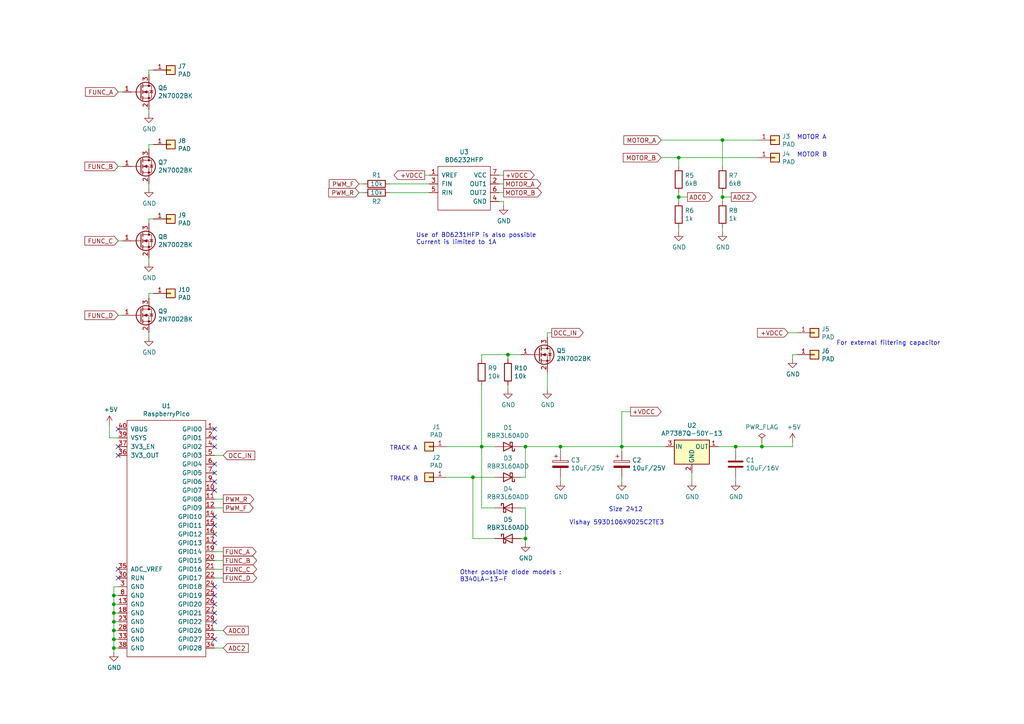
<source format=kicad_sch>
(kicad_sch (version 20230121) (generator eeschema)
  (paper "A4")
  (title_block (title "Raspberry Pico DCC Decoder") (company "MERG") (comment 1 "Designed by Benoit BOUCHEZ - M8718"))
  (lib_symbols
    (symbol "Connector_Generic:Conn_01x01" (pin_names (offset 1.016) hide)
      (property "Reference" "J" (at 0 2.54 0))
      (property "Value" "Conn_01x01" (at 0 -2.54 0))
      (symbol "Conn_01x01_1_1"
        (rectangle (start -1.27 0.127) (end 0 -0.127) (stroke (width 0.1524)))
        (rectangle (start -1.27 1.27) (end 1.27 -1.27) (stroke (width 0.254)) (fill (type background)))
        (pin passive line (at -5.08 0 0) (length 3.81) (name "Pin_1") (number "1"))
      )
    )
    (symbol "Device:C" (pin_numbers hide) (pin_names (offset 0.254))
      (property "Reference" "C" (at 0.635 2.54 0))
      (property "Value" "C" (at 0.635 -2.54 0))
      (symbol "C_0_1"
        (polyline (pts (xy -2.032 -0.762) (xy 2.032 -0.762)) (stroke (width 0.508)))
        (polyline (pts (xy -2.032 0.762) (xy 2.032 0.762)) (stroke (width 0.508)))
      )
      (symbol "C_1_1"
        (pin passive line (at 0 3.81 270) (length 2.794) (name "~") (number "1"))
        (pin passive line (at 0 -3.81 90) (length 2.794) (name "~") (number "2"))
      )
    )
    (symbol "Device:D_Schottky" (pin_numbers hide) (pin_names (offset 1.016) hide)
      (property "Reference" "D" (at 0 2.54 0))
      (property "Value" "D_Schottky" (at 0 -2.54 0))
      (symbol "D_Schottky_0_1"
        (polyline (pts (xy 1.27 0) (xy -1.27 0)))
        (polyline (pts (xy 1.27 1.27) (xy 1.27 -1.27) (xy -1.27 0) (xy 1.27 1.27)) (stroke (width 0.254)))
        (polyline (pts (xy -1.905 0.635) (xy -1.905 1.27) (xy -1.27 1.27) (xy -1.27 -1.27) (xy -0.635 -1.27) (xy -0.635 -0.635)) (stroke (width 0.254)))
      )
      (symbol "D_Schottky_1_1"
        (pin passive line (at -3.81 0 0) (length 2.54) (name "K") (number "1"))
        (pin passive line (at 3.81 0 180) (length 2.54) (name "A") (number "2"))
      )
    )
    (symbol "Device:R" (pin_numbers hide) (pin_names (offset 0))
      (property "Reference" "R" (at 2.032 0 90))
      (property "Value" "R" (at 0 0 90))
      (symbol "R_0_1"
        (rectangle (start -1.016 -2.54) (end 1.016 2.54) (stroke (width 0.254)))
      )
      (symbol "R_1_1"
        (pin passive line (at 0 3.81 270) (length 1.27) (name "~") (number "1"))
        (pin passive line (at 0 -3.81 90) (length 1.27) (name "~") (number "2"))
      )
    )
    (symbol "PicoDecoder-rescue:BD623xHFP-BD623xx" (pin_names (offset 1.016))
      (property "Reference" "U" (at 1.27 0 0))
      (property "Value" "BD623xx_BD623xHFP" (at 7.62 -15.24 0))
      (symbol "BD623xHFP-BD623xx_0_1"
        (rectangle (start 0 -1.27) (end 15.24 -13.97))
      )
      (symbol "BD623xHFP-BD623xx_1_1"
        (pin input line (at -2.54 -3.81 0) (length 2.54) (name "VREF") (number "1"))
        (pin power_out line (at 17.78 -6.35 180) (length 2.54) (name "OUT1") (number "2"))
        (pin input line (at -2.54 -6.35 0) (length 2.54) (name "FIN") (number "3"))
        (pin power_in line (at 17.78 -11.43 180) (length 2.54) (name "GND") (number "4"))
        (pin input line (at -2.54 -8.89 0) (length 2.54) (name "RIN") (number "5"))
        (pin power_out line (at 17.78 -8.89 180) (length 2.54) (name "OUT2") (number "6"))
        (pin power_in line (at 17.78 -3.81 180) (length 2.54) (name "VCC") (number "7"))
      )
    )
    (symbol "PicoDecoder-rescue:CP-Device" (pin_numbers hide) (pin_names (offset 0.254))
      (property "Reference" "C" (at 0.635 2.54 0))
      (property "Value" "Device_CP" (at 0.635 -2.54 0))
      (symbol "CP-Device_0_1"
        (rectangle (start -2.286 0.508) (end 2.286 1.016))
        (polyline (pts (xy -1.778 2.286) (xy -0.762 2.286)))
        (polyline (pts (xy -1.27 2.794) (xy -1.27 1.778)))
        (rectangle (start 2.286 -0.508) (end -2.286 -1.016) (fill (type outline)))
      )
      (symbol "CP-Device_1_1"
        (pin passive line (at 0 3.81 270) (length 2.794) (name "~") (number "1"))
        (pin passive line (at 0 -3.81 90) (length 2.794) (name "~") (number "2"))
      )
    )
    (symbol "PicoDecoder-rescue:RaspberryPico-Pico" (pin_names (offset 1.016))
      (property "Reference" "U" (at -21.59 3.81 0))
      (property "Value" "Pico_RaspberryPico" (at -15.24 -67.31 0))
      (symbol "RaspberryPico-Pico_0_1"
        (rectangle (start -22.86 2.54) (end 0 -66.04))
      )
      (symbol "RaspberryPico-Pico_1_1"
        (pin bidirectional line (at 2.54 0 180) (length 2.54) (name "GPIO0") (number "1"))
        (pin bidirectional line (at 2.54 -17.78 180) (length 2.54) (name "GPIO7") (number "10"))
        (pin bidirectional line (at 2.54 -20.32 180) (length 2.54) (name "GPIO8") (number "11"))
        (pin bidirectional line (at 2.54 -22.86 180) (length 2.54) (name "GPIO9") (number "12"))
        (pin power_in line (at -25.4 -50.8 0) (length 2.54) (name "GND") (number "13"))
        (pin bidirectional line (at 2.54 -25.4 180) (length 2.54) (name "GPIO10") (number "14"))
        (pin bidirectional line (at 2.54 -27.94 180) (length 2.54) (name "GPIO11") (number "15"))
        (pin bidirectional line (at 2.54 -30.48 180) (length 2.54) (name "GPIO12") (number "16"))
        (pin bidirectional line (at 2.54 -33.02 180) (length 2.54) (name "GPIO13") (number "17"))
        (pin power_in line (at -25.4 -53.34 0) (length 2.54) (name "GND") (number "18"))
        (pin bidirectional line (at 2.54 -35.56 180) (length 2.54) (name "GPIO14") (number "19"))
        (pin bidirectional line (at 2.54 -2.54 180) (length 2.54) (name "GPIO1") (number "2"))
        (pin bidirectional line (at 2.54 -38.1 180) (length 2.54) (name "GPIO15") (number "20"))
        (pin bidirectional line (at 2.54 -40.64 180) (length 2.54) (name "GPIO16") (number "21"))
        (pin bidirectional line (at 2.54 -43.18 180) (length 2.54) (name "GPIO17") (number "22"))
        (pin power_in line (at -25.4 -55.88 0) (length 2.54) (name "GND") (number "23"))
        (pin bidirectional line (at 2.54 -45.72 180) (length 2.54) (name "GPIO18") (number "24"))
        (pin bidirectional line (at 2.54 -48.26 180) (length 2.54) (name "GPIO19") (number "25"))
        (pin bidirectional line (at 2.54 -50.8 180) (length 2.54) (name "GPIO20") (number "26"))
        (pin bidirectional line (at 2.54 -53.34 180) (length 2.54) (name "GPIO21") (number "27"))
        (pin power_in line (at -25.4 -58.42 0) (length 2.54) (name "GND") (number "28"))
        (pin bidirectional line (at 2.54 -55.88 180) (length 2.54) (name "GPIO22") (number "29"))
        (pin power_in line (at -25.4 -45.72 0) (length 2.54) (name "GND") (number "3"))
        (pin input line (at -25.4 -43.18 0) (length 2.54) (name "RUN") (number "30"))
        (pin bidirectional line (at 2.54 -58.42 180) (length 2.54) (name "GPIO26") (number "31"))
        (pin bidirectional line (at 2.54 -60.96 180) (length 2.54) (name "GPIO27") (number "32"))
        (pin power_in line (at -25.4 -60.96 0) (length 2.54) (name "GND") (number "33"))
        (pin bidirectional line (at 2.54 -63.5 180) (length 2.54) (name "GPIO28") (number "34"))
        (pin input line (at -25.4 -40.64 0) (length 2.54) (name "ADC_VREF") (number "35"))
        (pin power_out line (at -25.4 -7.62 0) (length 2.54) (name "3V3_OUT") (number "36"))
        (pin input line (at -25.4 -5.08 0) (length 2.54) (name "3V3_EN") (number "37"))
        (pin power_in line (at -25.4 -63.5 0) (length 2.54) (name "GND") (number "38"))
        (pin power_in line (at -25.4 -2.54 0) (length 2.54) (name "VSYS") (number "39"))
        (pin bidirectional line (at 2.54 -5.08 180) (length 2.54) (name "GPIO2") (number "4"))
        (pin power_in line (at -25.4 0 0) (length 2.54) (name "VBUS") (number "40"))
        (pin bidirectional line (at 2.54 -7.62 180) (length 2.54) (name "GPIO3") (number "5"))
        (pin bidirectional line (at 2.54 -10.16 180) (length 2.54) (name "GPIO4") (number "6"))
        (pin bidirectional line (at 2.54 -12.7 180) (length 2.54) (name "GPIO5") (number "7"))
        (pin power_in line (at -25.4 -48.26 0) (length 2.54) (name "GND") (number "8"))
        (pin bidirectional line (at 2.54 -15.24 180) (length 2.54) (name "GPIO6") (number "9"))
      )
    )
    (symbol "Regulator_Linear:L78L05_SOT89" (pin_names (offset 0.254))
      (property "Reference" "U" (at -3.81 3.175 0))
      (property "Value" "L78L05_SOT89" (at -0.635 3.175 0))
      (symbol "L78L05_SOT89_0_1"
        (rectangle (start -5.08 1.905) (end 5.08 -5.08) (stroke (width 0.254)) (fill (type background)))
      )
      (symbol "L78L05_SOT89_1_1"
        (pin power_out line (at 7.62 0 180) (length 2.54) (name "OUT") (number "1"))
        (pin power_in line (at 0 -7.62 90) (length 2.54) (name "GND") (number "2"))
        (pin power_in line (at -7.62 0 0) (length 2.54) (name "IN") (number "3"))
      )
    )
    (symbol "Transistor_FET:2N7002" (pin_names hide)
      (property "Reference" "Q" (at 5.08 1.905 0))
      (property "Value" "2N7002" (at 5.08 0 0))
      (symbol "2N7002_0_1"
        (polyline (pts (xy 0.254 0) (xy -2.54 0)))
        (polyline (pts (xy 0.254 1.905) (xy 0.254 -1.905)) (stroke (width 0.254)))
        (polyline (pts (xy 0.762 -1.27) (xy 0.762 -2.286)) (stroke (width 0.254)))
        (polyline (pts (xy 0.762 0.508) (xy 0.762 -0.508)) (stroke (width 0.254)))
        (polyline (pts (xy 0.762 2.286) (xy 0.762 1.27)) (stroke (width 0.254)))
        (polyline (pts (xy 2.54 2.54) (xy 2.54 1.778)))
        (polyline (pts (xy 2.54 -2.54) (xy 2.54 0) (xy 0.762 0)))
        (polyline (pts (xy 0.762 -1.778) (xy 3.302 -1.778) (xy 3.302 1.778) (xy 0.762 1.778)))
        (polyline (pts (xy 1.016 0) (xy 2.032 0.381) (xy 2.032 -0.381) (xy 1.016 0)) (fill (type outline)))
        (polyline (pts (xy 2.794 0.508) (xy 2.921 0.381) (xy 3.683 0.381) (xy 3.81 0.254)))
        (polyline (pts (xy 3.302 0.381) (xy 2.921 -0.254) (xy 3.683 -0.254) (xy 3.302 0.381)))
        (circle (center 1.651 0) (radius 2.794) (stroke (width 0.254)))
        (circle (center 2.54 -1.778) (radius 0.254) (fill (type outline)))
        (circle (center 2.54 1.778) (radius 0.254) (fill (type outline)))
      )
      (symbol "2N7002_1_1"
        (pin input line (at -5.08 0 0) (length 2.54) (name "G") (number "1"))
        (pin passive line (at 2.54 -5.08 90) (length 2.54) (name "S") (number "2"))
        (pin passive line (at 2.54 5.08 270) (length 2.54) (name "D") (number "3"))
      )
    )
    (symbol "power:+5V" (power) (pin_names (offset 0))
      (property "Value" "+5V" (at 0 3.556 0))
      (symbol "+5V_0_1"
        (polyline (pts (xy -0.762 1.27) (xy 0 2.54)))
        (polyline (pts (xy 0 0) (xy 0 2.54)))
        (polyline (pts (xy 0 2.54) (xy 0.762 1.27)))
      )
      (symbol "+5V_1_1"
        (pin power_in line (at 0 0 90) (length 0) hide (name "+5V") (number "1"))
      )
    )
    (symbol "power:GND" (power) (pin_names (offset 0))
      (property "Value" "GND" (at 0 -3.81 0))
      (symbol "GND_0_1"
        (polyline (pts (xy 0 0) (xy 0 -1.27) (xy 1.27 -1.27) (xy 0 -2.54) (xy -1.27 -1.27) (xy 0 -1.27)))
      )
      (symbol "GND_1_1"
        (pin power_in line (at 0 0 270) (length 0) hide (name "GND") (number "1"))
      )
    )
    (symbol "power:PWR_FLAG" (power) (pin_numbers hide) (pin_names (offset 0) hide)
      (property "Value" "PWR_FLAG" (at 0 3.81 0))
      (symbol "PWR_FLAG_0_0"
        (pin power_out line (at 0 0 90) (length 0) (name "pwr") (number "1"))
      )
      (symbol "PWR_FLAG_0_1"
        (polyline (pts (xy 0 0) (xy 0 1.27) (xy -1.016 1.905) (xy 0 2.54) (xy 1.016 1.905) (xy 0 1.27)))
      )
    )
  )
  (junction (at 162.56 129.54))
  (junction (at 147.32 102.87))
  (junction (at 152.4 156.21))
  (junction (at 152.4 129.54))
  (junction (at 209.55 40.64))
  (junction (at 137.16 138.43))
  (junction (at 33.02 172.72))
  (junction (at 139.7 129.54))
  (junction (at 180.34 129.54))
  (junction (at 213.36 129.54))
  (junction (at 33.02 175.26))
  (junction (at 196.85 57.15))
  (junction (at 33.02 185.42))
  (junction (at 220.98 129.54))
  (junction (at 209.55 57.15))
  (junction (at 196.85 45.72))
  (junction (at 33.02 187.96))
  (junction (at 33.02 180.34))
  (junction (at 33.02 177.8))
  (junction (at 33.02 182.88))
  (no_connect (at 62.23 149.86))
  (no_connect (at 62.23 152.4))
  (no_connect (at 62.23 175.26))
  (no_connect (at 62.23 154.94))
  (no_connect (at 62.23 139.7))
  (no_connect (at 34.29 129.54))
  (no_connect (at 62.23 185.42))
  (no_connect (at 62.23 157.48))
  (no_connect (at 62.23 124.46))
  (no_connect (at 62.23 180.34))
  (no_connect (at 34.29 132.08))
  (no_connect (at 62.23 177.8))
  (no_connect (at 62.23 134.62))
  (no_connect (at 34.29 124.46))
  (no_connect (at 62.23 172.72))
  (no_connect (at 34.29 167.64))
  (no_connect (at 34.29 165.1))
  (no_connect (at 62.23 142.24))
  (no_connect (at 62.23 127))
  (no_connect (at 62.23 129.54))
  (no_connect (at 62.23 170.18))
  (no_connect (at 62.23 137.16))
  (wire (pts (xy 229.87 102.87) (xy 229.87 104.14)))
  (wire (pts (xy 129.54 129.54) (xy 139.7 129.54)))
  (wire (pts (xy 137.16 138.43) (xy 143.51 138.43)))
  (wire (pts (xy 196.85 48.26) (xy 196.85 45.72)))
  (wire (pts (xy 33.02 180.34) (xy 34.29 180.34)))
  (wire (pts (xy 104.14 53.34) (xy 105.41 53.34)))
  (wire (pts (xy 180.34 129.54) (xy 193.04 129.54)))
  (wire (pts (xy 34.29 69.85) (xy 35.56 69.85)))
  (wire (pts (xy 212.09 57.15) (xy 209.55 57.15)))
  (wire (pts (xy 34.29 48.26) (xy 35.56 48.26)))
  (wire (pts (xy 34.29 91.44) (xy 35.56 91.44)))
  (wire (pts (xy 43.18 20.32) (xy 44.45 20.32)))
  (wire (pts (xy 158.75 107.95) (xy 158.75 113.03)))
  (wire (pts (xy 33.02 172.72) (xy 33.02 170.18)))
  (wire (pts (xy 43.18 53.34) (xy 43.18 54.61)))
  (wire (pts (xy 200.66 137.16) (xy 200.66 139.7)))
  (wire (pts (xy 196.85 45.72) (xy 219.71 45.72)))
  (wire (pts (xy 33.02 185.42) (xy 34.29 185.42)))
  (wire (pts (xy 44.45 85.09) (xy 43.18 85.09)))
  (wire (pts (xy 33.02 185.42) (xy 33.02 182.88)))
  (wire (pts (xy 199.39 57.15) (xy 196.85 57.15)))
  (wire (pts (xy 162.56 130.81) (xy 162.56 129.54)))
  (wire (pts (xy 180.34 119.38) (xy 182.88 119.38)))
  (wire (pts (xy 43.18 85.09) (xy 43.18 86.36)))
  (wire (pts (xy 191.77 45.72) (xy 196.85 45.72)))
  (wire (pts (xy 158.75 96.52) (xy 158.75 97.79)))
  (wire (pts (xy 151.13 138.43) (xy 152.4 138.43)))
  (wire (pts (xy 144.78 58.42) (xy 146.05 58.42)))
  (wire (pts (xy 144.78 50.8) (xy 146.05 50.8)))
  (wire (pts (xy 209.55 40.64) (xy 219.71 40.64)))
  (wire (pts (xy 33.02 175.26) (xy 34.29 175.26)))
  (wire (pts (xy 220.98 128.27) (xy 220.98 129.54)))
  (wire (pts (xy 33.02 187.96) (xy 34.29 187.96)))
  (wire (pts (xy 44.45 41.91) (xy 43.18 41.91)))
  (wire (pts (xy 220.98 129.54) (xy 229.87 129.54)))
  (wire (pts (xy 143.51 147.32) (xy 139.7 147.32)))
  (wire (pts (xy 144.78 53.34) (xy 146.05 53.34)))
  (wire (pts (xy 152.4 129.54) (xy 151.13 129.54)))
  (wire (pts (xy 62.23 162.56) (xy 64.77 162.56)))
  (wire (pts (xy 62.23 132.08) (xy 64.77 132.08)))
  (wire (pts (xy 231.14 102.87) (xy 229.87 102.87)))
  (wire (pts (xy 229.87 128.27) (xy 229.87 129.54)))
  (wire (pts (xy 162.56 129.54) (xy 180.34 129.54)))
  (wire (pts (xy 33.02 172.72) (xy 34.29 172.72)))
  (wire (pts (xy 196.85 66.04) (xy 196.85 67.31)))
  (wire (pts (xy 139.7 111.76) (xy 139.7 129.54)))
  (wire (pts (xy 43.18 96.52) (xy 43.18 97.79)))
  (wire (pts (xy 143.51 129.54) (xy 139.7 129.54)))
  (wire (pts (xy 143.51 156.21) (xy 137.16 156.21)))
  (wire (pts (xy 162.56 138.43) (xy 162.56 139.7)))
  (wire (pts (xy 33.02 175.26) (xy 33.02 172.72)))
  (wire (pts (xy 34.29 26.67) (xy 35.56 26.67)))
  (wire (pts (xy 129.54 138.43) (xy 137.16 138.43)))
  (wire (pts (xy 33.02 187.96) (xy 33.02 185.42)))
  (wire (pts (xy 152.4 156.21) (xy 152.4 147.32)))
  (wire (pts (xy 43.18 74.93) (xy 43.18 76.2)))
  (wire (pts (xy 213.36 129.54) (xy 213.36 130.81)))
  (wire (pts (xy 191.77 40.64) (xy 209.55 40.64)))
  (wire (pts (xy 113.03 55.88) (xy 124.46 55.88)))
  (wire (pts (xy 228.6 96.52) (xy 231.14 96.52)))
  (wire (pts (xy 33.02 182.88) (xy 33.02 180.34)))
  (wire (pts (xy 62.23 147.32) (xy 64.77 147.32)))
  (wire (pts (xy 152.4 138.43) (xy 152.4 129.54)))
  (wire (pts (xy 180.34 138.43) (xy 180.34 139.7)))
  (wire (pts (xy 43.18 41.91) (xy 43.18 43.18)))
  (wire (pts (xy 196.85 55.88) (xy 196.85 57.15)))
  (wire (pts (xy 180.34 130.81) (xy 180.34 129.54)))
  (wire (pts (xy 139.7 147.32) (xy 139.7 129.54)))
  (wire (pts (xy 213.36 129.54) (xy 220.98 129.54)))
  (wire (pts (xy 196.85 57.15) (xy 196.85 58.42)))
  (wire (pts (xy 209.55 66.04) (xy 209.55 67.31)))
  (wire (pts (xy 139.7 102.87) (xy 147.32 102.87)))
  (wire (pts (xy 139.7 104.14) (xy 139.7 102.87)))
  (wire (pts (xy 33.02 182.88) (xy 34.29 182.88)))
  (wire (pts (xy 180.34 119.38) (xy 180.34 129.54)))
  (wire (pts (xy 62.23 167.64) (xy 64.77 167.64)))
  (wire (pts (xy 113.03 53.34) (xy 124.46 53.34)))
  (wire (pts (xy 160.02 96.52) (xy 158.75 96.52)))
  (wire (pts (xy 152.4 129.54) (xy 162.56 129.54)))
  (wire (pts (xy 64.77 187.96) (xy 62.23 187.96)))
  (wire (pts (xy 147.32 102.87) (xy 151.13 102.87)))
  (wire (pts (xy 104.14 55.88) (xy 105.41 55.88)))
  (wire (pts (xy 123.19 50.8) (xy 124.46 50.8)))
  (wire (pts (xy 44.45 63.5) (xy 43.18 63.5)))
  (wire (pts (xy 62.23 144.78) (xy 64.77 144.78)))
  (wire (pts (xy 62.23 182.88) (xy 64.77 182.88)))
  (wire (pts (xy 33.02 177.8) (xy 33.02 175.26)))
  (wire (pts (xy 43.18 21.59) (xy 43.18 20.32)))
  (wire (pts (xy 137.16 138.43) (xy 137.16 156.21)))
  (wire (pts (xy 62.23 165.1) (xy 64.77 165.1)))
  (wire (pts (xy 152.4 157.48) (xy 152.4 156.21)))
  (wire (pts (xy 209.55 55.88) (xy 209.55 57.15)))
  (wire (pts (xy 144.78 55.88) (xy 146.05 55.88)))
  (wire (pts (xy 62.23 160.02) (xy 64.77 160.02)))
  (wire (pts (xy 43.18 31.75) (xy 43.18 33.02)))
  (wire (pts (xy 34.29 127) (xy 31.75 127)))
  (wire (pts (xy 147.32 104.14) (xy 147.32 102.87)))
  (wire (pts (xy 33.02 180.34) (xy 33.02 177.8)))
  (wire (pts (xy 43.18 63.5) (xy 43.18 64.77)))
  (wire (pts (xy 146.05 58.42) (xy 146.05 59.69)))
  (wire (pts (xy 33.02 177.8) (xy 34.29 177.8)))
  (wire (pts (xy 147.32 111.76) (xy 147.32 113.03)))
  (wire (pts (xy 209.55 48.26) (xy 209.55 40.64)))
  (wire (pts (xy 31.75 127) (xy 31.75 123.19)))
  (wire (pts (xy 152.4 147.32) (xy 151.13 147.32)))
  (wire (pts (xy 208.28 129.54) (xy 213.36 129.54)))
  (wire (pts (xy 209.55 57.15) (xy 209.55 58.42)))
  (wire (pts (xy 33.02 170.18) (xy 34.29 170.18)))
  (wire (pts (xy 213.36 138.43) (xy 213.36 139.7)))
  (wire (pts (xy 33.02 189.23) (xy 33.02 187.96)))
  (wire (pts (xy 151.13 156.21) (xy 152.4 156.21)))
  (text "MOTOR A" (at 231.14 40.64 0) (effects (font (size 1.27 1.27)) (justify left bottom)))
  (text "Other possible diode models :\nB340LA-13-F" (at 133.35 168.91 0) (effects (font (size 1.27 1.27)) (justify left bottom)))
  (text "Size 2412" (at 176.53 148.59 0) (effects (font (size 1.27 1.27)) (justify left bottom)))
  (text "MOTOR B" (at 231.14 45.72 0) (effects (font (size 1.27 1.27)) (justify left bottom)))
  (text "TRACK B" (at 113.03 139.7 0) (effects (font (size 1.27 1.27)) (justify left bottom)))
  (text "Vishay 593D106X9025C2TE3" (at 165.1 152.4 0) (effects (font (size 1.27 1.27)) (justify left bottom)))
  (text "For external filtering capacitor" (at 242.57 100.33 0) (effects (font (size 1.27 1.27)) (justify left bottom)))
  (text "TRACK A" (at 113.03 130.81 0) (effects (font (size 1.27 1.27)) (justify left bottom)))
  (text "Use of BD6231HFP is also possible\nCurrent is limited to 1A" (at 120.65 71.12 0) (effects (font (size 1.27 1.27)) (justify left bottom)))
  (global_label "PWM_R" (shape input) (at 104.14 55.88 180) (property "Intersheetrefs" "${INTERSHEET_REFS}" (effects hide)))
  (global_label "FUNC_C" (shape input) (at 34.29 69.85 180) (property "Intersheetrefs" "${INTERSHEET_REFS}" (effects hide)))
  (global_label "FUNC_C" (shape output) (at 64.77 165.1 0) (property "Intersheetrefs" "${INTERSHEET_REFS}" (effects hide)))
  (global_label "FUNC_B" (shape input) (at 34.29 48.26 180) (property "Intersheetrefs" "${INTERSHEET_REFS}" (effects hide)))
  (global_label "+VDCC" (shape output) (at 182.88 119.38 0) (property "Intersheetrefs" "${INTERSHEET_REFS}" (effects hide)))
  (global_label "ADC2" (shape input) (at 64.77 187.96 0) (property "Intersheetrefs" "${INTERSHEET_REFS}" (effects hide)))
  (global_label "FUNC_D" (shape input) (at 34.29 91.44 180) (property "Intersheetrefs" "${INTERSHEET_REFS}" (effects hide)))
  (global_label "FUNC_D" (shape output) (at 64.77 167.64 0) (property "Intersheetrefs" "${INTERSHEET_REFS}" (effects hide)))
  (global_label "FUNC_A" (shape input) (at 34.29 26.67 180) (property "Intersheetrefs" "${INTERSHEET_REFS}" (effects hide)))
  (global_label "PWM_F" (shape input) (at 104.14 53.34 180) (property "Intersheetrefs" "${INTERSHEET_REFS}" (effects hide)))
  (global_label "MOTOR_A" (shape input) (at 191.77 40.64 180) (property "Intersheetrefs" "${INTERSHEET_REFS}" (effects hide)))
  (global_label "FUNC_B" (shape output) (at 64.77 162.56 0) (property "Intersheetrefs" "${INTERSHEET_REFS}" (effects hide)))
  (global_label "DCC_IN" (shape output) (at 160.02 96.52 0) (property "Intersheetrefs" "${INTERSHEET_REFS}" (effects hide)))
  (global_label "PWM_F" (shape output) (at 64.77 147.32 0) (property "Intersheetrefs" "${INTERSHEET_REFS}" (effects hide)))
  (global_label "MOTOR_B" (shape output) (at 146.05 55.88 0) (property "Intersheetrefs" "${INTERSHEET_REFS}" (effects hide)))
  (global_label "+VDCC" (shape output) (at 123.19 50.8 180) (property "Intersheetrefs" "${INTERSHEET_REFS}" (effects hide)))
  (global_label "FUNC_A" (shape output) (at 64.77 160.02 0) (property "Intersheetrefs" "${INTERSHEET_REFS}" (effects hide)))
  (global_label "ADC2" (shape output) (at 212.09 57.15 0) (property "Intersheetrefs" "${INTERSHEET_REFS}" (effects hide)))
  (global_label "ADC0" (shape input) (at 64.77 182.88 0) (property "Intersheetrefs" "${INTERSHEET_REFS}" (effects hide)))
  (global_label "MOTOR_B" (shape input) (at 191.77 45.72 180) (property "Intersheetrefs" "${INTERSHEET_REFS}" (effects hide)))
  (global_label "+VDCC" (shape output) (at 146.05 50.8 0) (property "Intersheetrefs" "${INTERSHEET_REFS}" (effects hide)))
  (global_label "DCC_IN" (shape input) (at 64.77 132.08 0) (property "Intersheetrefs" "${INTERSHEET_REFS}" (effects hide)))
  (global_label "ADC0" (shape output) (at 199.39 57.15 0) (property "Intersheetrefs" "${INTERSHEET_REFS}" (effects hide)))
  (global_label "MOTOR_A" (shape output) (at 146.05 53.34 0) (property "Intersheetrefs" "${INTERSHEET_REFS}" (effects hide)))
  (global_label "PWM_R" (shape output) (at 64.77 144.78 0) (property "Intersheetrefs" "${INTERSHEET_REFS}" (effects hide)))
  (global_label "+VDCC" (shape input) (at 228.6 96.52 180) (property "Intersheetrefs" "${INTERSHEET_REFS}" (effects hide)))
  (symbol (lib_id "Device:R") (at 196.85 52.07 0) (unit 1)
    (property "Reference" "R5" (at 198.628 50.9016 0) (effects (justify left)))
    (property "Value" "6k8" (at 198.628 53.213 0) (effects (justify left)))
    (property "Footprint" "Resistor_SMD:R_1206_3216Metric_Pad1.30x1.75mm_HandSolder" (effects hide))
  )
  (symbol (lib_id "Device:R") (at 209.55 52.07 0) (unit 1)
    (property "Reference" "R7" (at 211.328 50.9016 0) (effects (justify left)))
    (property "Value" "6k8" (at 211.328 53.213 0) (effects (justify left)))
    (property "Footprint" "Resistor_SMD:R_1206_3216Metric_Pad1.30x1.75mm_HandSolder" (effects hide))
  )
  (symbol (lib_id "Device:R") (at 196.85 62.23 0) (unit 1)
    (property "Reference" "R6" (at 198.628 61.0616 0) (effects (justify left)))
    (property "Value" "1k" (at 198.628 63.373 0) (effects (justify left)))
    (property "Footprint" "Resistor_SMD:R_1206_3216Metric_Pad1.30x1.75mm_HandSolder" (effects hide))
  )
  (symbol (lib_id "Device:R") (at 209.55 62.23 0) (unit 1)
    (property "Reference" "R8" (at 211.328 61.0616 0) (effects (justify left)))
    (property "Value" "1k" (at 211.328 63.373 0) (effects (justify left)))
    (property "Footprint" "Resistor_SMD:R_1206_3216Metric_Pad1.30x1.75mm_HandSolder" (effects hide))
  )
  (symbol (lib_id "power:GND") (at 196.85 67.31 0) (unit 1)
    (property "Reference" "#PWR010" (effects hide))
    (property "Value" "GND" (at 196.977 71.7042 0))
  )
  (symbol (lib_id "power:GND") (at 209.55 67.31 0) (unit 1)
    (property "Reference" "#PWR011" (effects hide))
    (property "Value" "GND" (at 209.677 71.7042 0))
  )
  (symbol (lib_id "PicoDecoder-rescue:RaspberryPico-Pico") (at 59.69 124.46 0) (unit 1)
    (property "Reference" "U1" (at 48.26 117.729 0))
    (property "Value" "RaspberryPico" (at 48.26 120.0404 0))
    (property "Footprint" "RaspberryPico:RaspberryPico_TH_NoSWD" (effects hide))
  )
  (symbol (lib_id "Connector_Generic:Conn_01x01") (at 224.79 45.72 0) (unit 1)
    (property "Reference" "J4" (at 226.822 44.6532 0) (effects (justify left)))
    (property "Value" "PAD" (at 226.822 46.9646 0) (effects (justify left)))
    (property "Footprint" "TestPoint:TestPoint_Pad_2.5x2.5mm" (effects hide))
  )
  (symbol (lib_id "Connector_Generic:Conn_01x01") (at 224.79 40.64 0) (unit 1)
    (property "Reference" "J3" (at 226.822 39.5732 0) (effects (justify left)))
    (property "Value" "PAD" (at 226.822 41.8846 0) (effects (justify left)))
    (property "Footprint" "TestPoint:TestPoint_Pad_2.5x2.5mm" (effects hide))
  )
  (symbol (lib_id "power:GND") (at 33.02 189.23 0) (unit 1)
    (property "Reference" "#PWR01" (effects hide))
    (property "Value" "GND" (at 33.147 193.6242 0))
  )
  (symbol (lib_id "Connector_Generic:Conn_01x01") (at 124.46 129.54 180) (unit 1)
    (property "Reference" "J1" (at 126.5428 123.825 0))
    (property "Value" "PAD" (at 126.5428 126.1364 0))
    (property "Footprint" "TestPoint:TestPoint_Pad_2.5x2.5mm" (effects hide))
  )
  (symbol (lib_id "Connector_Generic:Conn_01x01") (at 124.46 138.43 180) (unit 1)
    (property "Reference" "J2" (at 126.5428 132.715 0))
    (property "Value" "PAD" (at 126.5428 135.0264 0))
    (property "Footprint" "TestPoint:TestPoint_Pad_2.5x2.5mm" (effects hide))
  )
  (symbol (lib_id "power:GND") (at 152.4 157.48 0) (unit 1)
    (property "Reference" "#PWR02" (effects hide))
    (property "Value" "GND" (at 152.527 161.8742 0))
  )
  (symbol (lib_id "Device:C") (at 213.36 134.62 0) (unit 1)
    (property "Reference" "C1" (at 216.281 133.4516 0) (effects (justify left)))
    (property "Value" "10uF/16V" (at 216.281 135.763 0) (effects (justify left)))
    (property "Footprint" "Capacitor_SMD:C_1206_3216Metric_Pad1.33x1.80mm_HandSolder" (effects hide))
  )
  (symbol (lib_id "power:+5V") (at 229.87 128.27 0) (unit 1)
    (property "Reference" "#PWR09" (effects hide))
    (property "Value" "+5V" (at 230.251 123.8758 0))
  )
  (symbol (lib_id "power:PWR_FLAG") (at 220.98 128.27 0) (unit 1)
    (property "Reference" "#FLG01" (effects hide))
    (property "Value" "PWR_FLAG" (at 220.98 123.8758 0))
  )
  (symbol (lib_id "power:GND") (at 213.36 139.7 0) (unit 1)
    (property "Reference" "#PWR08" (effects hide))
    (property "Value" "GND" (at 213.487 144.0942 0))
  )
  (symbol (lib_id "power:GND") (at 200.66 139.7 0) (unit 1)
    (property "Reference" "#PWR07" (effects hide))
    (property "Value" "GND" (at 200.787 144.0942 0))
  )
  (symbol (lib_id "power:GND") (at 180.34 139.7 0) (unit 1)
    (property "Reference" "#PWR015" (effects hide))
    (property "Value" "GND" (at 180.467 144.0942 0))
  )
  (symbol (lib_id "power:+5V") (at 31.75 123.19 0) (unit 1)
    (property "Reference" "#PWR013" (effects hide))
    (property "Value" "+5V" (at 32.131 118.7958 0))
  )
  (symbol (lib_id "Connector_Generic:Conn_01x01") (at 236.22 102.87 0) (unit 1)
    (property "Reference" "J6" (at 238.252 101.8032 0) (effects (justify left)))
    (property "Value" "PAD" (at 238.252 104.1146 0) (effects (justify left)))
    (property "Footprint" "TestPoint:TestPoint_Pad_2.5x2.5mm" (effects hide))
  )
  (symbol (lib_id "power:GND") (at 229.87 104.14 0) (unit 1)
    (property "Reference" "#PWR016" (effects hide))
    (property "Value" "GND" (at 229.997 108.5342 0))
  )
  (symbol (lib_id "Connector_Generic:Conn_01x01") (at 236.22 96.52 0) (unit 1)
    (property "Reference" "J5" (at 238.252 95.4532 0) (effects (justify left)))
    (property "Value" "PAD" (at 238.252 97.7646 0) (effects (justify left)))
    (property "Footprint" "TestPoint:TestPoint_Pad_2.5x2.5mm" (effects hide))
  )
  (symbol (lib_id "Device:D_Schottky") (at 147.32 129.54 180) (unit 1)
    (property "Reference" "D1" (at 147.32 124.0282 0))
    (property "Value" "RBR3L60ADD" (at 147.32 126.3396 0))
    (property "Footprint" "Diode_SMD:D_SMA_Handsoldering" (effects hide))
  )
  (symbol (lib_id "Device:D_Schottky") (at 147.32 138.43 180) (unit 1)
    (property "Reference" "D3" (at 147.32 132.9182 0))
    (property "Value" "RBR3L60ADD" (at 147.32 135.2296 0))
    (property "Footprint" "Diode_SMD:D_SMA_Handsoldering" (effects hide))
  )
  (symbol (lib_id "Device:D_Schottky") (at 147.32 147.32 0) (unit 1)
    (property "Reference" "D4" (at 147.32 141.8082 0))
    (property "Value" "RBR3L60ADD" (at 147.32 144.1196 0))
    (property "Footprint" "Diode_SMD:D_SMA_Handsoldering" (effects hide))
  )
  (symbol (lib_id "Device:D_Schottky") (at 147.32 156.21 0) (unit 1)
    (property "Reference" "D5" (at 147.32 150.6982 0))
    (property "Value" "RBR3L60ADD" (at 147.32 153.0096 0))
    (property "Footprint" "Diode_SMD:D_SMA_Handsoldering" (effects hide))
  )
  (symbol (lib_id "PicoDecoder-rescue:BD623xHFP-BD623xx") (at 127 46.99 0) (unit 1)
    (property "Reference" "U3" (at 134.62 44.069 0))
    (property "Value" "BD6232HFP" (at 134.62 46.3804 0))
    (property "Footprint" "Package_TO_SOT_SMD:Rohm_HRP7" (effects hide))
  )
  (symbol (lib_id "power:GND") (at 146.05 59.69 0) (unit 1)
    (property "Reference" "#PWR03" (effects hide))
    (property "Value" "GND" (at 146.177 64.0842 0))
  )
  (symbol (lib_id "Regulator_Linear:L78L05_SOT89") (at 200.66 129.54 0) (unit 1)
    (property "Reference" "U2" (at 200.66 123.3932 0))
    (property "Value" "AP7387Q-50Y-13" (at 200.66 125.7046 0))
    (property "Footprint" "Package_TO_SOT_SMD:SOT-89-3_Handsoldering" (effects hide))
    (property "Datasheet" "http://www.st.com/content/ccc/resource/technical/document/datasheet/15/55/e5/aa/23/5b/43/fd/CD00000446.pdf/files/CD00000446.pdf/jcr:content/translations/en.CD00000446.pdf" (effects hide))
  )
  (symbol (lib_id "Transistor_FET:2N7002") (at 156.21 102.87 0) (unit 1)
    (property "Reference" "Q5" (at 161.3916 101.7016 0) (effects (justify left)))
    (property "Value" "2N7002BK" (at 161.3916 104.013 0) (effects (justify left)))
    (property "Footprint" "Package_TO_SOT_SMD:SOT-23_Handsoldering" (effects hide))
    (property "Datasheet" "https://www.onsemi.com/pub/Collateral/NDS7002A-D.PDF" (effects hide))
  )
  (symbol (lib_id "Device:R") (at 139.7 107.95 0) (unit 1)
    (property "Reference" "R9" (at 141.478 106.7816 0) (effects (justify left)))
    (property "Value" "10k" (at 141.478 109.093 0) (effects (justify left)))
    (property "Footprint" "Resistor_SMD:R_1206_3216Metric_Pad1.30x1.75mm_HandSolder" (effects hide))
  )
  (symbol (lib_id "Device:R") (at 147.32 107.95 0) (unit 1)
    (property "Reference" "R10" (at 149.098 106.7816 0) (effects (justify left)))
    (property "Value" "10k" (at 149.098 109.093 0) (effects (justify left)))
    (property "Footprint" "Resistor_SMD:R_1206_3216Metric_Pad1.30x1.75mm_HandSolder" (effects hide))
  )
  (symbol (lib_id "power:GND") (at 147.32 113.03 0) (unit 1)
    (property "Reference" "#PWR014" (effects hide))
    (property "Value" "GND" (at 147.447 117.4242 0))
  )
  (symbol (lib_id "power:GND") (at 158.75 113.03 0) (unit 1)
    (property "Reference" "#PWR017" (effects hide))
    (property "Value" "GND" (at 158.877 117.4242 0))
  )
  (symbol (lib_id "Transistor_FET:2N7002") (at 40.64 26.67 0) (unit 1)
    (property "Reference" "Q6" (at 45.8216 25.5016 0) (effects (justify left)))
    (property "Value" "2N7002BK" (at 45.8216 27.813 0) (effects (justify left)))
    (property "Footprint" "Package_TO_SOT_SMD:SOT-23_Handsoldering" (effects hide))
    (property "Datasheet" "https://www.onsemi.com/pub/Collateral/NDS7002A-D.PDF" (effects hide))
  )
  (symbol (lib_id "Transistor_FET:2N7002") (at 40.64 48.26 0) (unit 1)
    (property "Reference" "Q7" (at 45.8216 47.0916 0) (effects (justify left)))
    (property "Value" "2N7002BK" (at 45.8216 49.403 0) (effects (justify left)))
    (property "Footprint" "Package_TO_SOT_SMD:SOT-23_Handsoldering" (effects hide))
    (property "Datasheet" "https://www.onsemi.com/pub/Collateral/NDS7002A-D.PDF" (effects hide))
  )
  (symbol (lib_id "Transistor_FET:2N7002") (at 40.64 69.85 0) (unit 1)
    (property "Reference" "Q8" (at 45.8216 68.6816 0) (effects (justify left)))
    (property "Value" "2N7002BK" (at 45.8216 70.993 0) (effects (justify left)))
    (property "Footprint" "Package_TO_SOT_SMD:SOT-23_Handsoldering" (effects hide))
    (property "Datasheet" "https://www.onsemi.com/pub/Collateral/NDS7002A-D.PDF" (effects hide))
  )
  (symbol (lib_id "Transistor_FET:2N7002") (at 40.64 91.44 0) (unit 1)
    (property "Reference" "Q9" (at 45.8216 90.2716 0) (effects (justify left)))
    (property "Value" "2N7002BK" (at 45.8216 92.583 0) (effects (justify left)))
    (property "Footprint" "Package_TO_SOT_SMD:SOT-23_Handsoldering" (effects hide))
    (property "Datasheet" "https://www.onsemi.com/pub/Collateral/NDS7002A-D.PDF" (effects hide))
  )
  (symbol (lib_id "Connector_Generic:Conn_01x01") (at 49.53 20.32 0) (unit 1)
    (property "Reference" "J7" (at 51.562 19.2532 0) (effects (justify left)))
    (property "Value" "PAD" (at 51.562 21.5646 0) (effects (justify left)))
    (property "Footprint" "TestPoint:TestPoint_Pad_2.5x2.5mm" (effects hide))
  )
  (symbol (lib_id "Connector_Generic:Conn_01x01") (at 49.53 41.91 0) (unit 1)
    (property "Reference" "J8" (at 51.562 40.8432 0) (effects (justify left)))
    (property "Value" "PAD" (at 51.562 43.1546 0) (effects (justify left)))
    (property "Footprint" "TestPoint:TestPoint_Pad_2.5x2.5mm" (effects hide))
  )
  (symbol (lib_id "Connector_Generic:Conn_01x01") (at 49.53 63.5 0) (unit 1)
    (property "Reference" "J9" (at 51.562 62.4332 0) (effects (justify left)))
    (property "Value" "PAD" (at 51.562 64.7446 0) (effects (justify left)))
    (property "Footprint" "TestPoint:TestPoint_Pad_2.5x2.5mm" (effects hide))
  )
  (symbol (lib_id "Connector_Generic:Conn_01x01") (at 49.53 85.09 0) (unit 1)
    (property "Reference" "J10" (at 51.562 84.0232 0) (effects (justify left)))
    (property "Value" "PAD" (at 51.562 86.3346 0) (effects (justify left)))
    (property "Footprint" "TestPoint:TestPoint_Pad_2.5x2.5mm" (effects hide))
  )
  (symbol (lib_id "power:GND") (at 43.18 33.02 0) (unit 1)
    (property "Reference" "#PWR012" (effects hide))
    (property "Value" "GND" (at 43.307 37.4142 0))
  )
  (symbol (lib_id "power:GND") (at 43.18 54.61 0) (unit 1)
    (property "Reference" "#PWR018" (effects hide))
    (property "Value" "GND" (at 43.307 59.0042 0))
  )
  (symbol (lib_id "power:GND") (at 43.18 76.2 0) (unit 1)
    (property "Reference" "#PWR019" (effects hide))
    (property "Value" "GND" (at 43.307 80.5942 0))
  )
  (symbol (lib_id "power:GND") (at 43.18 97.79 0) (unit 1)
    (property "Reference" "#PWR020" (effects hide))
    (property "Value" "GND" (at 43.307 102.1842 0))
  )
  (symbol (lib_id "PicoDecoder-rescue:CP-Device") (at 180.34 134.62 0) (unit 1)
    (property "Reference" "C2" (at 183.3372 133.4516 0) (effects (justify left)))
    (property "Value" "10uF/25V" (at 183.3372 135.763 0) (effects (justify left)))
    (property "Footprint" "Capacitor_Tantalum_SMD:CP_EIA-6032-20_AVX-F_Pad2.25x2.35mm_HandSolder" (effects hide))
  )
  (symbol (lib_id "PicoDecoder-rescue:CP-Device") (at 162.56 134.62 0) (unit 1)
    (property "Reference" "C3" (at 165.5572 133.4516 0) (effects (justify left)))
    (property "Value" "10uF/25V" (at 165.5572 135.763 0) (effects (justify left)))
    (property "Footprint" "Capacitor_Tantalum_SMD:CP_EIA-6032-20_AVX-F_Pad2.25x2.35mm_HandSolder" (effects hide))
  )
  (symbol (lib_id "power:GND") (at 162.56 139.7 0) (unit 1)
    (property "Reference" "#PWR0101" (effects hide))
    (property "Value" "GND" (at 162.687 144.0942 0))
  )
  (symbol (lib_id "Device:R") (at 109.22 53.34 90) (unit 1)
    (property "Reference" "R1" (at 109.22 50.8 90))
    (property "Value" "10k" (at 109.22 53.34 90))
    (property "Footprint" "Resistor_SMD:R_1206_3216Metric_Pad1.30x1.75mm_HandSolder" (effects hide))
  )
  (symbol (lib_id "Device:R") (at 109.22 55.88 90) (unit 1)
    (property "Reference" "R2" (at 109.22 58.42 90))
    (property "Value" "10k" (at 109.22 55.88 90))
    (property "Footprint" "Resistor_SMD:R_1206_3216Metric_Pad1.30x1.75mm_HandSolder" (effects hide))
  )
)
</source>
